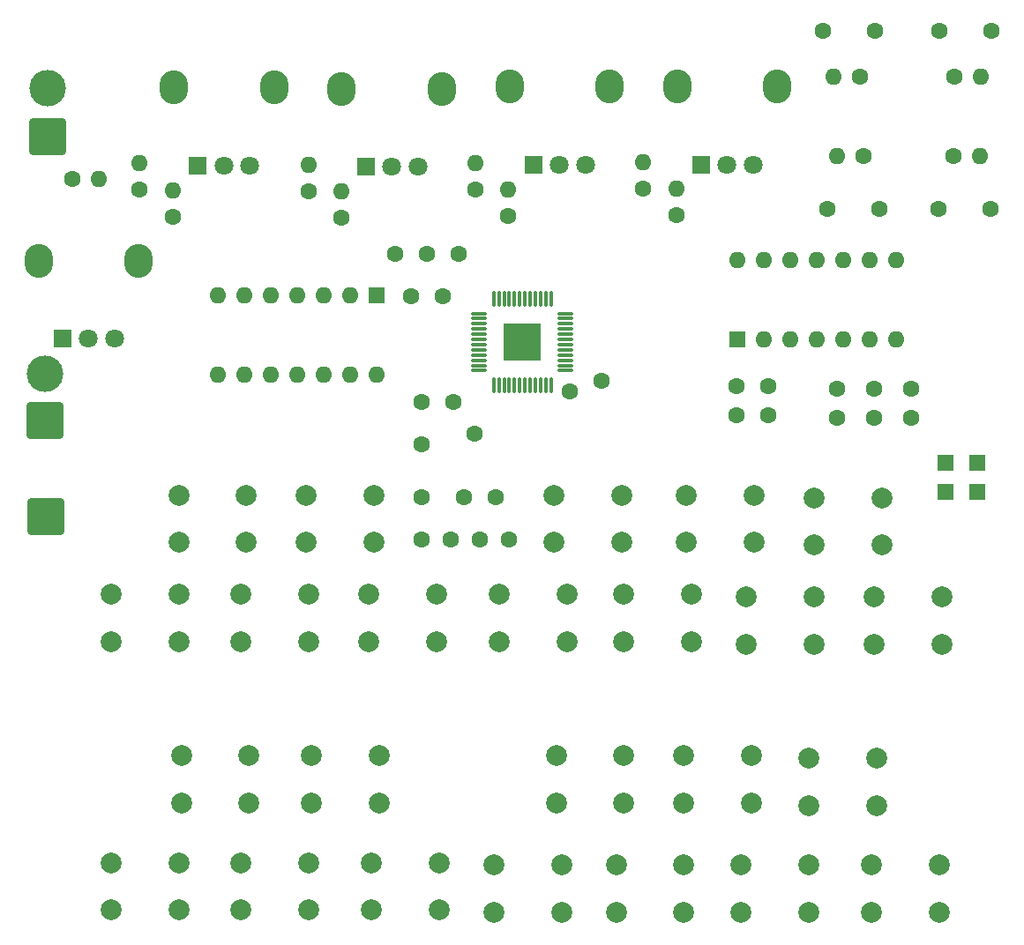
<source format=gbr>
%TF.GenerationSoftware,KiCad,Pcbnew,7.0.1-2.fc37*%
%TF.CreationDate,2023-04-06T11:21:41-04:00*%
%TF.ProjectId,synthesizer,73796e74-6865-4736-997a-65722e6b6963,rev?*%
%TF.SameCoordinates,Original*%
%TF.FileFunction,Soldermask,Top*%
%TF.FilePolarity,Negative*%
%FSLAX46Y46*%
G04 Gerber Fmt 4.6, Leading zero omitted, Abs format (unit mm)*
G04 Created by KiCad (PCBNEW 7.0.1-2.fc37) date 2023-04-06 11:21:41*
%MOMM*%
%LPD*%
G01*
G04 APERTURE LIST*
G04 Aperture macros list*
%AMRoundRect*
0 Rectangle with rounded corners*
0 $1 Rounding radius*
0 $2 $3 $4 $5 $6 $7 $8 $9 X,Y pos of 4 corners*
0 Add a 4 corners polygon primitive as box body*
4,1,4,$2,$3,$4,$5,$6,$7,$8,$9,$2,$3,0*
0 Add four circle primitives for the rounded corners*
1,1,$1+$1,$2,$3*
1,1,$1+$1,$4,$5*
1,1,$1+$1,$6,$7*
1,1,$1+$1,$8,$9*
0 Add four rect primitives between the rounded corners*
20,1,$1+$1,$2,$3,$4,$5,0*
20,1,$1+$1,$4,$5,$6,$7,0*
20,1,$1+$1,$6,$7,$8,$9,0*
20,1,$1+$1,$8,$9,$2,$3,0*%
G04 Aperture macros list end*
%ADD10C,2.000000*%
%ADD11C,1.600000*%
%ADD12RoundRect,0.250000X-0.550000X-0.550000X0.550000X-0.550000X0.550000X0.550000X-0.550000X0.550000X0*%
%ADD13O,1.600000X1.600000*%
%ADD14R,1.600000X1.600000*%
%ADD15O,2.720000X3.240000*%
%ADD16R,1.800000X1.800000*%
%ADD17C,1.800000*%
%ADD18C,3.500000*%
%ADD19RoundRect,0.075000X-0.662500X-0.075000X0.662500X-0.075000X0.662500X0.075000X-0.662500X0.075000X0*%
%ADD20RoundRect,0.075000X-0.075000X-0.662500X0.075000X-0.662500X0.075000X0.662500X-0.075000X0.662500X0*%
%ADD21R,3.600000X3.600000*%
%ADD22RoundRect,0.250002X-1.499998X-1.499998X1.499998X-1.499998X1.499998X1.499998X-1.499998X1.499998X0*%
G04 APERTURE END LIST*
D10*
%TO.C,F#_4*%
X79250000Y-105000000D03*
X85750000Y-105000000D03*
X79250000Y-109500000D03*
X85750000Y-109500000D03*
%TD*%
D11*
%TO.C,C_Sin1*%
X121145000Y-77470000D03*
X116145000Y-77470000D03*
%TD*%
D10*
%TO.C,D_3*%
X49250000Y-140250000D03*
X55750000Y-140250000D03*
X49250000Y-144750000D03*
X55750000Y-144750000D03*
%TD*%
D12*
%TO.C,3v3*%
X116840000Y-101854000D03*
%TD*%
D11*
%TO.C,R3*%
X42700000Y-78240000D03*
D13*
X42700000Y-75700000D03*
%TD*%
D14*
%TO.C,U2*%
X62230000Y-85725000D03*
D13*
X59690000Y-85725000D03*
X57150000Y-85725000D03*
X54610000Y-85725000D03*
X52070000Y-85725000D03*
X49530000Y-85725000D03*
X46990000Y-85725000D03*
X46990000Y-93345000D03*
X49530000Y-93345000D03*
X52070000Y-93345000D03*
X54610000Y-93345000D03*
X57150000Y-93345000D03*
X59690000Y-93345000D03*
X62230000Y-93345000D03*
%TD*%
D10*
%TO.C,A#_4*%
X104250000Y-105250000D03*
X110750000Y-105250000D03*
X104250000Y-109750000D03*
X110750000Y-109750000D03*
%TD*%
%TO.C,C_4*%
X36750000Y-114500000D03*
X43250000Y-114500000D03*
X36750000Y-119000000D03*
X43250000Y-119000000D03*
%TD*%
%TO.C,E_4*%
X61500000Y-114500000D03*
X68000000Y-114500000D03*
X61500000Y-119000000D03*
X68000000Y-119000000D03*
%TD*%
D11*
%TO.C,R2*%
X91000000Y-78045000D03*
D13*
X91000000Y-75505000D03*
%TD*%
D11*
%TO.C,40*%
X65532000Y-85852000D03*
%TD*%
%TO.C,20*%
X66600000Y-105156000D03*
%TD*%
D15*
%TO.C,R_Sine_Mix1*%
X42800000Y-65800000D03*
X52400000Y-65800000D03*
D16*
X45100000Y-73300000D03*
D17*
X47600000Y-73300000D03*
X50100000Y-73300000D03*
%TD*%
D11*
%TO.C,GND*%
X109982000Y-94742000D03*
%TD*%
%TO.C,GND*%
X113538000Y-97536000D03*
%TD*%
%TO.C,GND*%
X106426000Y-97536000D03*
%TD*%
%TO.C,24*%
X72136000Y-109220000D03*
%TD*%
%TO.C,R7*%
X58825000Y-78330000D03*
D13*
X58825000Y-75790000D03*
%TD*%
D11*
%TO.C,18*%
X66600000Y-96012000D03*
%TD*%
%TO.C,GND*%
X109982000Y-97536000D03*
%TD*%
D12*
%TO.C,3v3*%
X116840000Y-104648000D03*
%TD*%
D14*
%TO.C,U3*%
X96920000Y-90020000D03*
D13*
X99460000Y-90020000D03*
X102000000Y-90020000D03*
X104540000Y-90020000D03*
X107080000Y-90020000D03*
X109620000Y-90020000D03*
X112160000Y-90020000D03*
X112160000Y-82400000D03*
X109620000Y-82400000D03*
X107080000Y-82400000D03*
X104540000Y-82400000D03*
X102000000Y-82400000D03*
X99460000Y-82400000D03*
X96920000Y-82400000D03*
%TD*%
D10*
%TO.C,F#_3*%
X79500000Y-130000000D03*
X86000000Y-130000000D03*
X79500000Y-134500000D03*
X86000000Y-134500000D03*
%TD*%
D11*
%TO.C,16*%
X71628000Y-99060000D03*
%TD*%
%TO.C,NC*%
X99822000Y-94488000D03*
%TD*%
%TO.C,41*%
X70104000Y-81788000D03*
%TD*%
%TO.C,43*%
X64008000Y-81788000D03*
%TD*%
D10*
%TO.C,A_3*%
X97250000Y-140500000D03*
X103750000Y-140500000D03*
X97250000Y-145000000D03*
X103750000Y-145000000D03*
%TD*%
D11*
%TO.C,C_Saw1*%
X121245000Y-60325000D03*
X116245000Y-60325000D03*
%TD*%
%TO.C,R_Sq1*%
X108985000Y-72395000D03*
D13*
X106445000Y-72395000D03*
%TD*%
D10*
%TO.C,B_3*%
X109750000Y-140500000D03*
X116250000Y-140500000D03*
X109750000Y-145000000D03*
X116250000Y-145000000D03*
%TD*%
D15*
%TO.C,R_Triangle_Mix1*%
X75000000Y-65725000D03*
X84600000Y-65725000D03*
D16*
X77300000Y-73225000D03*
D17*
X79800000Y-73225000D03*
X82300000Y-73225000D03*
%TD*%
D10*
%TO.C,G#_3*%
X91750000Y-130000000D03*
X98250000Y-130000000D03*
X91750000Y-134500000D03*
X98250000Y-134500000D03*
%TD*%
%TO.C,A_4*%
X97750000Y-114750000D03*
X104250000Y-114750000D03*
X97750000Y-119250000D03*
X104250000Y-119250000D03*
%TD*%
%TO.C,G_3*%
X85250000Y-140500000D03*
X91750000Y-140500000D03*
X85250000Y-145000000D03*
X91750000Y-145000000D03*
%TD*%
D11*
%TO.C,4*%
X83820000Y-93980000D03*
%TD*%
D10*
%TO.C,F_3*%
X73500000Y-140500000D03*
X80000000Y-140500000D03*
X73500000Y-145000000D03*
X80000000Y-145000000D03*
%TD*%
D18*
%TO.C,GND*%
X30700000Y-65900000D03*
%TD*%
D11*
%TO.C,GND*%
X106426000Y-94742000D03*
%TD*%
%TO.C,NC*%
X96774000Y-94488000D03*
%TD*%
D10*
%TO.C,D#_4*%
X55500000Y-105000000D03*
X62000000Y-105000000D03*
X55500000Y-109500000D03*
X62000000Y-109500000D03*
%TD*%
%TO.C,E_3*%
X61750000Y-140250000D03*
X68250000Y-140250000D03*
X61750000Y-144750000D03*
X68250000Y-144750000D03*
%TD*%
D11*
%TO.C,19*%
X66600000Y-100076000D03*
%TD*%
D12*
%TO.C,3v3*%
X119888000Y-104648000D03*
%TD*%
D11*
%TO.C,23*%
X70612000Y-105156000D03*
%TD*%
%TO.C,26*%
X74930000Y-109220000D03*
%TD*%
%TO.C,R8*%
X55700000Y-75745000D03*
D13*
X55700000Y-73205000D03*
%TD*%
D11*
%TO.C,R_Saw1*%
X117700000Y-64770000D03*
D13*
X120240000Y-64770000D03*
%TD*%
D11*
%TO.C,R_Sin1*%
X117600000Y-72400000D03*
D13*
X120140000Y-72400000D03*
%TD*%
D11*
%TO.C,R1*%
X87800000Y-75540000D03*
D13*
X87800000Y-73000000D03*
%TD*%
D11*
%TO.C,R_T1*%
X108645000Y-64770000D03*
D13*
X106105000Y-64770000D03*
%TD*%
D10*
%TO.C,G_4*%
X86000000Y-114500000D03*
X92500000Y-114500000D03*
X86000000Y-119000000D03*
X92500000Y-119000000D03*
%TD*%
D11*
%TO.C,C_T1*%
X105100000Y-60325000D03*
X110100000Y-60325000D03*
%TD*%
%TO.C,R6*%
X71700000Y-75565000D03*
D13*
X71700000Y-73025000D03*
%TD*%
D19*
%TO.C,MSP430FR1*%
X72077500Y-87500000D03*
X72077500Y-88000000D03*
X72077500Y-88500000D03*
X72077500Y-89000000D03*
X72077500Y-89500000D03*
X72077500Y-90000000D03*
X72077500Y-90500000D03*
X72077500Y-91000000D03*
X72077500Y-91500000D03*
X72077500Y-92000000D03*
X72077500Y-92500000D03*
X72077500Y-93000000D03*
D20*
X73490000Y-94412500D03*
X73990000Y-94412500D03*
X74490000Y-94412500D03*
X74990000Y-94412500D03*
X75490000Y-94412500D03*
X75990000Y-94412500D03*
X76490000Y-94412500D03*
X76990000Y-94412500D03*
X77490000Y-94412500D03*
X77990000Y-94412500D03*
X78490000Y-94412500D03*
X78990000Y-94412500D03*
D19*
X80402500Y-93000000D03*
X80402500Y-92500000D03*
X80402500Y-92000000D03*
X80402500Y-91500000D03*
X80402500Y-91000000D03*
X80402500Y-90500000D03*
X80402500Y-90000000D03*
X80402500Y-89500000D03*
X80402500Y-89000000D03*
X80402500Y-88500000D03*
X80402500Y-88000000D03*
X80402500Y-87500000D03*
D20*
X78990000Y-86087500D03*
X78490000Y-86087500D03*
X77990000Y-86087500D03*
X77490000Y-86087500D03*
X76990000Y-86087500D03*
X76490000Y-86087500D03*
X75990000Y-86087500D03*
X75490000Y-86087500D03*
X74990000Y-86087500D03*
X74490000Y-86087500D03*
X73990000Y-86087500D03*
X73490000Y-86087500D03*
D21*
X76240000Y-90250000D03*
%TD*%
D11*
%TO.C,42*%
X67056000Y-81788000D03*
%TD*%
D10*
%TO.C,G#_4*%
X92000000Y-105000000D03*
X98500000Y-105000000D03*
X92000000Y-109500000D03*
X98500000Y-109500000D03*
%TD*%
%TO.C,D#_3*%
X56000000Y-130000000D03*
X62500000Y-130000000D03*
X56000000Y-134500000D03*
X62500000Y-134500000D03*
%TD*%
D15*
%TO.C,R_Volume1*%
X29800000Y-82425000D03*
X39400000Y-82425000D03*
D16*
X32100000Y-89925000D03*
D17*
X34600000Y-89925000D03*
X37100000Y-89925000D03*
%TD*%
D11*
%TO.C,R4*%
X39500000Y-75640000D03*
D13*
X39500000Y-73100000D03*
%TD*%
D22*
%TO.C,Audio Out*%
X30700000Y-70500000D03*
%TD*%
D18*
%TO.C,GND*%
X30400000Y-93300000D03*
%TD*%
D10*
%TO.C,C#_3*%
X43500000Y-130000000D03*
X50000000Y-130000000D03*
X43500000Y-134500000D03*
X50000000Y-134500000D03*
%TD*%
D15*
%TO.C,P_Square_Mix1*%
X91100000Y-65700000D03*
X100700000Y-65700000D03*
D16*
X93400000Y-73200000D03*
D17*
X95900000Y-73200000D03*
X98400000Y-73200000D03*
%TD*%
D10*
%TO.C,A#_3*%
X103750000Y-130250000D03*
X110250000Y-130250000D03*
X103750000Y-134750000D03*
X110250000Y-134750000D03*
%TD*%
%TO.C,B_4*%
X110000000Y-114750000D03*
X116500000Y-114750000D03*
X110000000Y-119250000D03*
X116500000Y-119250000D03*
%TD*%
D12*
%TO.C,3v3*%
X119888000Y-101854000D03*
%TD*%
D15*
%TO.C,R_Sawtooth_Mix1*%
X58900000Y-65925000D03*
X68500000Y-65925000D03*
D16*
X61200000Y-73425000D03*
D17*
X63700000Y-73425000D03*
X66200000Y-73425000D03*
%TD*%
D10*
%TO.C,C_3*%
X36750000Y-140250000D03*
X43250000Y-140250000D03*
X36750000Y-144750000D03*
X43250000Y-144750000D03*
%TD*%
%TO.C,D_4*%
X49250000Y-114500000D03*
X55750000Y-114500000D03*
X49250000Y-119000000D03*
X55750000Y-119000000D03*
%TD*%
D11*
%TO.C,GND*%
X113538000Y-94742000D03*
%TD*%
D22*
%TO.C,3.3v*%
X30500000Y-107000000D03*
%TD*%
D11*
%TO.C,R9*%
X33060000Y-74600000D03*
D13*
X35600000Y-74600000D03*
%TD*%
D11*
%TO.C,22*%
X69342000Y-109220000D03*
%TD*%
%TO.C,5*%
X80772000Y-94996000D03*
%TD*%
%TO.C,C_Sq1*%
X105490000Y-77470000D03*
X110490000Y-77470000D03*
%TD*%
D10*
%TO.C,C#_4*%
X43250000Y-105000000D03*
X49750000Y-105000000D03*
X43250000Y-109500000D03*
X49750000Y-109500000D03*
%TD*%
D11*
%TO.C,25*%
X73660000Y-105156000D03*
%TD*%
%TO.C,39*%
X68580000Y-85852000D03*
%TD*%
D10*
%TO.C,F_4*%
X74000000Y-114500000D03*
X80500000Y-114500000D03*
X74000000Y-119000000D03*
X80500000Y-119000000D03*
%TD*%
D11*
%TO.C,R5*%
X74900000Y-78165000D03*
D13*
X74900000Y-75625000D03*
%TD*%
D22*
%TO.C,9v*%
X30400000Y-97800000D03*
%TD*%
D11*
%TO.C,17*%
X69596000Y-96012000D03*
%TD*%
%TO.C,21*%
X66600000Y-109220000D03*
%TD*%
%TO.C,NC*%
X96774000Y-97282000D03*
%TD*%
%TO.C,NC*%
X99822000Y-97282000D03*
%TD*%
M02*

</source>
